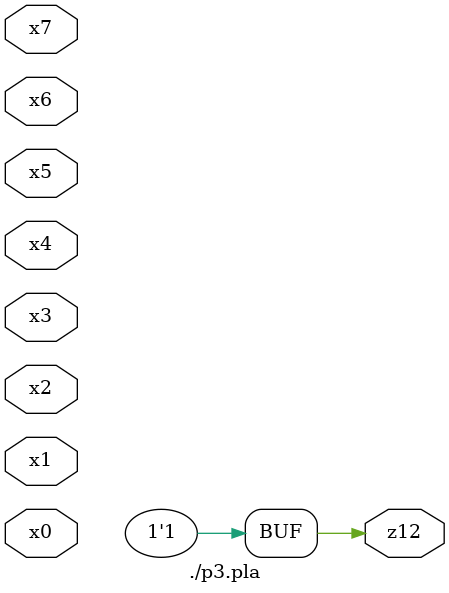
<source format=v>

module \./p3.pla  ( 
    x0, x1, x2, x3, x4, x5, x6, x7,
    z12  );
  input  x0, x1, x2, x3, x4, x5, x6, x7;
  output z12;
  assign z12 = 1'b1;
endmodule



</source>
